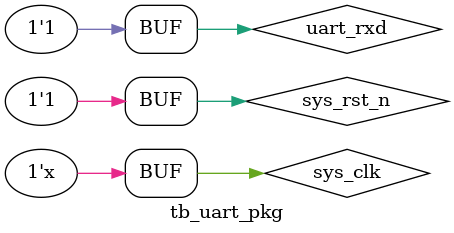
<source format=sv>
`timescale 1ns/1ns

module tb_uart_pkg;

//parameter define
parameter CLK_PERIOD = 20;  // 50Mhz时钟周期为20ns

//reg define
reg sys_clk;    // 时钟信号
reg sys_rst_n;  // 复位信号
reg uart_rxd;   // UART接收端口

//wire define
wire uart_txd;  // UART发送端口

/*******************************************************
**                    UART发送任务
*******************************************************/
task uart_send;
    input [7:0] data;  // 需要发送的数据
    begin
        // 发送起始位（低电平）
        uart_rxd <= 1'b0;
        #(8680);  // 保持一个波特率周期
        
        // 发送数据位（从最低位到最高位）
        for (int i = 0; i < 8; i++) begin
            uart_rxd <= data[i];
            #(8680);
        end
        
        // 发送停止位（高电平）
        uart_rxd <= 1'b1;
        #(8680);  // 保持一个波特率周期
    end
endtask

/*******************************************************
**                    main code
*******************************************************/
initial begin
    // 初始化信号
    sys_clk <= 1'b0;
    sys_rst_n <= 1'b0;
    uart_rxd <= 1'b1;  // 空闲状态为高电平
    
    // 系统复位
    #200;
    sys_rst_n <= 1'b1;  // 释放复位
    
    // 测试数据发送
    #(1000);  // 等待稳定
    
    // 测试发送单个数据0x55
    // uart_send(8'h55);
    
    // 测试连续发送8个数据
    for (int i = 0; i < 8; i++) begin
        #(1000);  // 数据间隔
        uart_send(8'h10 + i);  // 发送0x10~0x17
    end
    
    #(8680*2);  // 等待最后一个停止位完成
    //$stop;      // 停止仿真
end

// 50Mhz时钟生成
always #(CLK_PERIOD/2) sys_clk = ~sys_clk;

// 模块实例化
uart_packet_rx u_uart_packet_rx(
    .clk(sys_clk),
    .rst_n(sys_rst_n),
    .uart_rxd(uart_rxd),
    // .uart_txd(uart_txd)
    .packet_done(),
    .uart_data0(),
    .uart_data1(),
    .uart_data2(),
    .uart_data3(),
    .uart_data4(),
    .uart_data5(),
    .uart_data6(),
    .uart_data7()
);

endmodule
</source>
